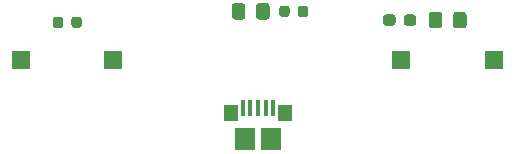
<source format=gbr>
G04 #@! TF.GenerationSoftware,KiCad,Pcbnew,(5.1.7)-1*
G04 #@! TF.CreationDate,2020-10-06T16:51:20+07:00*
G04 #@! TF.ProjectId,PIC16F1X_KIT2019,50494331-3646-4315-985f-4b4954323031,rev?*
G04 #@! TF.SameCoordinates,Original*
G04 #@! TF.FileFunction,Paste,Top*
G04 #@! TF.FilePolarity,Positive*
%FSLAX46Y46*%
G04 Gerber Fmt 4.6, Leading zero omitted, Abs format (unit mm)*
G04 Created by KiCad (PCBNEW (5.1.7)-1) date 2020-10-06 16:51:20*
%MOMM*%
%LPD*%
G01*
G04 APERTURE LIST*
%ADD10R,1.500000X1.500000*%
%ADD11R,1.750000X1.900000*%
%ADD12R,0.400000X1.400000*%
%ADD13R,1.150000X1.450000*%
G04 APERTURE END LIST*
G36*
G01*
X53040800Y-55966650D02*
X53040800Y-56479150D01*
G75*
G02*
X52822050Y-56697900I-218750J0D01*
G01*
X52384550Y-56697900D01*
G75*
G02*
X52165800Y-56479150I0J218750D01*
G01*
X52165800Y-55966650D01*
G75*
G02*
X52384550Y-55747900I218750J0D01*
G01*
X52822050Y-55747900D01*
G75*
G02*
X53040800Y-55966650I0J-218750D01*
G01*
G37*
G36*
G01*
X54615800Y-55966650D02*
X54615800Y-56479150D01*
G75*
G02*
X54397050Y-56697900I-218750J0D01*
G01*
X53959550Y-56697900D01*
G75*
G02*
X53740800Y-56479150I0J218750D01*
G01*
X53740800Y-55966650D01*
G75*
G02*
X53959550Y-55747900I218750J0D01*
G01*
X54397050Y-55747900D01*
G75*
G02*
X54615800Y-55966650I0J-218750D01*
G01*
G37*
G36*
G01*
X72905100Y-55539350D02*
X72905100Y-55026850D01*
G75*
G02*
X73123850Y-54808100I218750J0D01*
G01*
X73561350Y-54808100D01*
G75*
G02*
X73780100Y-55026850I0J-218750D01*
G01*
X73780100Y-55539350D01*
G75*
G02*
X73561350Y-55758100I-218750J0D01*
G01*
X73123850Y-55758100D01*
G75*
G02*
X72905100Y-55539350I0J218750D01*
G01*
G37*
G36*
G01*
X71330100Y-55539350D02*
X71330100Y-55026850D01*
G75*
G02*
X71548850Y-54808100I218750J0D01*
G01*
X71986350Y-54808100D01*
G75*
G02*
X72205100Y-55026850I0J-218750D01*
G01*
X72205100Y-55539350D01*
G75*
G02*
X71986350Y-55758100I-218750J0D01*
G01*
X71548850Y-55758100D01*
G75*
G02*
X71330100Y-55539350I0J218750D01*
G01*
G37*
G36*
G01*
X70510200Y-54833099D02*
X70510200Y-55733101D01*
G75*
G02*
X70260201Y-55983100I-249999J0D01*
G01*
X69610199Y-55983100D01*
G75*
G02*
X69360200Y-55733101I0J249999D01*
G01*
X69360200Y-54833099D01*
G75*
G02*
X69610199Y-54583100I249999J0D01*
G01*
X70260201Y-54583100D01*
G75*
G02*
X70510200Y-54833099I0J-249999D01*
G01*
G37*
G36*
G01*
X68460200Y-54833099D02*
X68460200Y-55733101D01*
G75*
G02*
X68210201Y-55983100I-249999J0D01*
G01*
X67560199Y-55983100D01*
G75*
G02*
X67310200Y-55733101I0J249999D01*
G01*
X67310200Y-54833099D01*
G75*
G02*
X67560199Y-54583100I249999J0D01*
G01*
X68210201Y-54583100D01*
G75*
G02*
X68460200Y-54833099I0J-249999D01*
G01*
G37*
D10*
X49476250Y-59436000D03*
X57276250Y-59436000D03*
X81678750Y-59436000D03*
X89478750Y-59436000D03*
D11*
X70665120Y-66102080D03*
D12*
X68890120Y-63452080D03*
X68240120Y-63452080D03*
X70840120Y-63452080D03*
X70190120Y-63452080D03*
X69540120Y-63452080D03*
D11*
X68415120Y-66102080D03*
D13*
X71860120Y-63872080D03*
X67220120Y-63872080D03*
G36*
G01*
X87187840Y-55582399D02*
X87187840Y-56482401D01*
G75*
G02*
X86937841Y-56732400I-249999J0D01*
G01*
X86287839Y-56732400D01*
G75*
G02*
X86037840Y-56482401I0J249999D01*
G01*
X86037840Y-55582399D01*
G75*
G02*
X86287839Y-55332400I249999J0D01*
G01*
X86937841Y-55332400D01*
G75*
G02*
X87187840Y-55582399I0J-249999D01*
G01*
G37*
G36*
G01*
X85137840Y-55582399D02*
X85137840Y-56482401D01*
G75*
G02*
X84887841Y-56732400I-249999J0D01*
G01*
X84237839Y-56732400D01*
G75*
G02*
X83987840Y-56482401I0J249999D01*
G01*
X83987840Y-55582399D01*
G75*
G02*
X84237839Y-55332400I249999J0D01*
G01*
X84887841Y-55332400D01*
G75*
G02*
X85137840Y-55582399I0J-249999D01*
G01*
G37*
G36*
G01*
X82928920Y-55789820D02*
X82928920Y-56264820D01*
G75*
G02*
X82691420Y-56502320I-237500J0D01*
G01*
X82116420Y-56502320D01*
G75*
G02*
X81878920Y-56264820I0J237500D01*
G01*
X81878920Y-55789820D01*
G75*
G02*
X82116420Y-55552320I237500J0D01*
G01*
X82691420Y-55552320D01*
G75*
G02*
X82928920Y-55789820I0J-237500D01*
G01*
G37*
G36*
G01*
X81178920Y-55789820D02*
X81178920Y-56264820D01*
G75*
G02*
X80941420Y-56502320I-237500J0D01*
G01*
X80366420Y-56502320D01*
G75*
G02*
X80128920Y-56264820I0J237500D01*
G01*
X80128920Y-55789820D01*
G75*
G02*
X80366420Y-55552320I237500J0D01*
G01*
X80941420Y-55552320D01*
G75*
G02*
X81178920Y-55789820I0J-237500D01*
G01*
G37*
M02*

</source>
